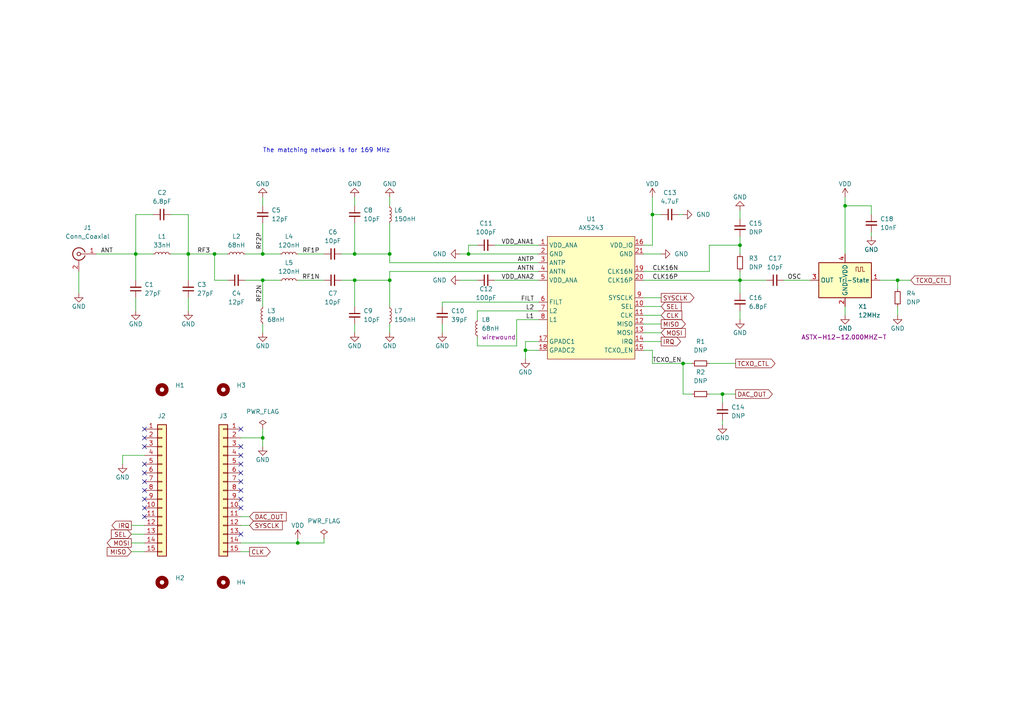
<source format=kicad_sch>
(kicad_sch (version 20201015) (generator eeschema)
  (paper "A4")
  (title_block (title "AX5243 Test Board") (date "2021-01-08"))
  (lib_symbols
    (symbol "Connector:Conn_Coaxial" (pin_names (offset 1.016) hide)
      (property "Reference" "J" (at 0.254 3.048 0))
      (property "Value" "Conn_Coaxial" (at 2.921 0 90))
      (symbol "Conn_Coaxial_0_1"
        (arc (start -1.778 0.508) (end 1.778 0) (radius (at -0.0508 0) (length 1.8034) (angles 163.6 0)) (stroke (width 0.254)))
        (arc (start 1.778 0) (end -1.778 -0.508) (radius (at -0.0254 0) (length 1.8034) (angles 0 -163.8)) (stroke (width 0.254)))
        (circle (center 0 0) (radius 0.508) (stroke (width 0.2032)))
        (polyline (pts (xy -2.54 0) (xy -0.508 0)))
        (polyline (pts (xy 0 -2.54) (xy 0 -1.778)))
      )
      (symbol "Conn_Coaxial_1_1"
        (pin passive line (at -5.08 0 0) (length 2.54) (name "In") (number "1"))
        (pin passive line (at 0 -5.08 90) (length 2.54) (name "Ext") (number "2"))
      )
    )
    (symbol "Connector_Generic:Conn_01x15" (pin_names (offset 1.016) hide)
      (property "Reference" "J" (at 0 20.32 0))
      (property "Value" "Conn_01x15" (at 0 -20.32 0))
      (symbol "Conn_01x15_1_1"
        (rectangle (start -1.27 -4.953) (end 0 -5.207) (stroke (width 0.1524)))
        (rectangle (start -1.27 -7.493) (end 0 -7.747) (stroke (width 0.1524)))
        (rectangle (start -1.27 -10.033) (end 0 -10.287) (stroke (width 0.1524)))
        (rectangle (start -1.27 -12.573) (end 0 -12.827) (stroke (width 0.1524)))
        (rectangle (start -1.27 -15.113) (end 0 -15.367) (stroke (width 0.1524)))
        (rectangle (start -1.27 -17.653) (end 0 -17.907) (stroke (width 0.1524)))
        (rectangle (start -1.27 -2.413) (end 0 -2.667) (stroke (width 0.1524)))
        (rectangle (start -1.27 2.667) (end 0 2.413) (stroke (width 0.1524)))
        (rectangle (start -1.27 5.207) (end 0 4.953) (stroke (width 0.1524)))
        (rectangle (start -1.27 7.747) (end 0 7.493) (stroke (width 0.1524)))
        (rectangle (start -1.27 10.287) (end 0 10.033) (stroke (width 0.1524)))
        (rectangle (start -1.27 0.127) (end 0 -0.127) (stroke (width 0.1524)))
        (rectangle (start -1.27 12.827) (end 0 12.573) (stroke (width 0.1524)))
        (rectangle (start -1.27 15.367) (end 0 15.113) (stroke (width 0.1524)))
        (rectangle (start -1.27 17.907) (end 0 17.653) (stroke (width 0.1524)))
        (rectangle (start -1.27 19.05) (end 1.27 -19.05) (stroke (width 0.254)) (fill (type background)))
        (pin passive line (at -5.08 17.78 0) (length 3.81) (name "Pin_1") (number "1"))
        (pin passive line (at -5.08 -5.08 0) (length 3.81) (name "Pin_10") (number "10"))
        (pin passive line (at -5.08 -7.62 0) (length 3.81) (name "Pin_11") (number "11"))
        (pin passive line (at -5.08 -10.16 0) (length 3.81) (name "Pin_12") (number "12"))
        (pin passive line (at -5.08 -12.7 0) (length 3.81) (name "Pin_13") (number "13"))
        (pin passive line (at -5.08 -15.24 0) (length 3.81) (name "Pin_14") (number "14"))
        (pin passive line (at -5.08 -17.78 0) (length 3.81) (name "Pin_15") (number "15"))
        (pin passive line (at -5.08 15.24 0) (length 3.81) (name "Pin_2") (number "2"))
        (pin passive line (at -5.08 12.7 0) (length 3.81) (name "Pin_3") (number "3"))
        (pin passive line (at -5.08 10.16 0) (length 3.81) (name "Pin_4") (number "4"))
        (pin passive line (at -5.08 7.62 0) (length 3.81) (name "Pin_5") (number "5"))
        (pin passive line (at -5.08 5.08 0) (length 3.81) (name "Pin_6") (number "6"))
        (pin passive line (at -5.08 2.54 0) (length 3.81) (name "Pin_7") (number "7"))
        (pin passive line (at -5.08 0 0) (length 3.81) (name "Pin_8") (number "8"))
        (pin passive line (at -5.08 -2.54 0) (length 3.81) (name "Pin_9") (number "9"))
      )
    )
    (symbol "Device:C_Small" (pin_numbers hide) (pin_names (offset 0.254) hide)
      (property "Reference" "C" (at 0.254 1.778 0))
      (property "Value" "C_Small" (at 0.254 -2.032 0))
      (symbol "C_Small_0_1"
        (polyline (pts (xy -1.524 -0.508) (xy 1.524 -0.508)) (stroke (width 0.3302)))
        (polyline (pts (xy -1.524 0.508) (xy 1.524 0.508)) (stroke (width 0.3048)))
      )
      (symbol "C_Small_1_1"
        (pin passive line (at 0 2.54 270) (length 2.032) (name "~") (number "1"))
        (pin passive line (at 0 -2.54 90) (length 2.032) (name "~") (number "2"))
      )
    )
    (symbol "Device:L_Small" (pin_numbers hide) (pin_names (offset 0.254) hide)
      (property "Reference" "L" (at 0.762 1.016 0))
      (property "Value" "L_Small" (at 0.762 -1.016 0))
      (symbol "L_Small_0_1"
        (arc (start 0 -2.032) (end 0 -1.016) (radius (at 0 -1.524) (length 0.508) (angles -89.9 89.9)))
        (arc (start 0 -1.016) (end 0 0) (radius (at 0 -0.508) (length 0.508) (angles -89.9 89.9)))
        (arc (start 0 0) (end 0 1.016) (radius (at 0 0.508) (length 0.508) (angles -89.9 89.9)))
        (arc (start 0 1.016) (end 0 2.032) (radius (at 0 1.524) (length 0.508) (angles -89.9 89.9)))
      )
      (symbol "L_Small_1_1"
        (pin passive line (at 0 2.54 270) (length 0.508) (name "~") (number "1"))
        (pin passive line (at 0 -2.54 90) (length 0.508) (name "~") (number "2"))
      )
    )
    (symbol "Device:R_Small" (pin_numbers hide) (pin_names (offset 0.254) hide)
      (property "Reference" "R" (at 0.762 0.508 0))
      (property "Value" "R_Small" (at 0.762 -1.016 0))
      (symbol "R_Small_0_1"
        (rectangle (start -0.762 1.778) (end 0.762 -1.778) (stroke (width 0.2032)))
      )
      (symbol "R_Small_1_1"
        (pin passive line (at 0 2.54 270) (length 0.762) (name "~") (number "1"))
        (pin passive line (at 0 -2.54 90) (length 0.762) (name "~") (number "2"))
      )
    )
    (symbol "Mechanical:MountingHole" (pin_names (offset 1.016))
      (property "Reference" "H" (at 0 5.08 0))
      (property "Value" "MountingHole" (at 0 3.175 0))
      (symbol "MountingHole_0_1"
        (circle (center 0 0) (radius 1.27) (stroke (width 1.27)))
      )
    )
    (symbol "Oscillator:ASCO"
      (property "Reference" "X" (at -7.62 6.35 0))
      (property "Value" "ASCO" (at 1.27 -6.35 0))
      (symbol "ASCO_0_1"
        (rectangle (start -7.62 5.08) (end 7.62 -5.08) (stroke (width 0.254)) (fill (type background)))
        (polyline (pts (xy -5.715 2.54) (xy -5.08 2.54) (xy -5.08 3.81) (xy -4.445 3.81) (xy -4.445 2.54) (xy -3.81 2.54) (xy -3.81 3.81) (xy -3.175 3.81) (xy -3.175 2.54)))
      )
      (symbol "ASCO_1_1"
        (pin tri_state line (at -10.16 0 0) (length 2.54) (name "Tri-State") (number "1"))
        (pin power_in line (at 0 -7.62 90) (length 2.54) (name "GND") (number "2"))
        (pin output line (at 10.16 0 180) (length 2.54) (name "OUT") (number "3"))
        (pin power_in line (at 0 7.62 270) (length 2.54) (name "VDD") (number "4"))
      )
    )
    (symbol "local:AX5243"
      (property "Reference" "U" (at 0 1.27 0))
      (property "Value" "AX5243" (at 0 -1.27 0))
      (symbol "AX5243_0_1"
        (rectangle (start -12.7 17.78) (end 12.7 -17.78) (fill (type background)))
      )
      (symbol "AX5243_1_1"
        (pin power_out line (at -15.24 15.24 0) (length 2.54) (name "VDD_ANA") (number "1"))
        (pin power_in line (at -15.24 12.7 0) (length 2.54) (name "GND") (number "2"))
        (pin bidirectional line (at -15.24 10.16 0) (length 2.54) (name "ANTP") (number "3"))
        (pin bidirectional line (at -15.24 7.62 0) (length 2.54) (name "ANTN") (number "4"))
        (pin power_out line (at -15.24 5.08 0) (length 2.54) (name "VDD_ANA") (number "5"))
        (pin passive line (at -15.24 -1.27 0) (length 2.54) (name "FILT") (number "6"))
        (pin passive line (at -15.24 -3.81 0) (length 2.54) (name "L2") (number "7"))
        (pin passive line (at -15.24 -6.35 0) (length 2.54) (name "L1") (number "8"))
        (pin bidirectional line (at 15.24 0 180) (length 2.54) (name "SYSCLK") (number "9"))
        (pin input line (at 15.24 -2.54 180) (length 2.54) (name "SEL") (number "10"))
        (pin input line (at 15.24 -5.08 180) (length 2.54) (name "CLK") (number "11"))
        (pin tri_state line (at 15.24 -7.62 180) (length 2.54) (name "MISO") (number "12"))
        (pin input line (at 15.24 -10.16 180) (length 2.54) (name "MOSI") (number "13"))
        (pin bidirectional line (at 15.24 -12.7 180) (length 2.54) (name "IRQ") (number "14"))
        (pin bidirectional line (at 15.24 -15.24 180) (length 2.54) (name "TCXO_EN") (number "15"))
        (pin power_in line (at 15.24 15.24 180) (length 2.54) (name "VDD_IO") (number "16"))
        (pin input line (at -15.24 -12.7 0) (length 2.54) (name "GPADC1") (number "17"))
        (pin input line (at -15.24 -15.24 0) (length 2.54) (name "GPADC2") (number "18"))
        (pin bidirectional line (at 15.24 7.62 180) (length 2.54) (name "CLK16N") (number "19"))
        (pin bidirectional line (at 15.24 5.08 180) (length 2.54) (name "CLK16P") (number "20"))
        (pin power_in line (at 15.24 12.7 180) (length 2.54) (name "GND") (number "21"))
      )
    )
    (symbol "power:GND" (power) (pin_names (offset 0))
      (property "Value" "GND" (at 0 -3.81 0))
      (symbol "GND_0_1"
        (polyline (pts (xy 0 0) (xy 0 -1.27) (xy 1.27 -1.27) (xy 0 -2.54) (xy -1.27 -1.27) (xy 0 -1.27)))
      )
      (symbol "GND_1_1"
        (pin power_in line (at 0 0 270) (length 0) hide (name "GND") (number "1"))
      )
    )
    (symbol "power:PWR_FLAG" (power) (pin_numbers hide) (pin_names (offset 0) hide)
      (property "Value" "PWR_FLAG" (at 0 3.81 0))
      (symbol "PWR_FLAG_0_0"
        (pin power_out line (at 0 0 90) (length 0) (name "pwr") (number "1"))
      )
      (symbol "PWR_FLAG_0_1"
        (polyline (pts (xy 0 0) (xy 0 1.27) (xy -1.016 1.905) (xy 0 2.54) (xy 1.016 1.905) (xy 0 1.27)))
      )
    )
    (symbol "power:VDD" (power) (pin_names (offset 0))
      (property "Value" "VDD" (at 0 3.81 0))
      (symbol "VDD_0_1"
        (polyline (pts (xy -0.762 1.27) (xy 0 2.54)))
        (polyline (pts (xy 0 0) (xy 0 2.54)))
        (polyline (pts (xy 0 2.54) (xy 0.762 1.27)))
      )
      (symbol "VDD_1_1"
        (pin power_in line (at 0 0 90) (length 0) hide (name "VDD") (number "1"))
      )
    )
  )
  (junction (at 39.37 73.66) (diameter 0.9144))
  (junction (at 54.61 73.66) (diameter 0.9144))
  (junction (at 62.23 73.66) (diameter 0.9144))
  (junction (at 76.2 73.66) (diameter 0.9144))
  (junction (at 76.2 81.28) (diameter 0.9144))
  (junction (at 76.2 127) (diameter 0.9144))
  (junction (at 86.36 157.48) (diameter 0.9144))
  (junction (at 102.87 73.66) (diameter 0.9144))
  (junction (at 102.87 81.28) (diameter 0.9144))
  (junction (at 113.03 73.66) (diameter 0.9144))
  (junction (at 113.03 81.28) (diameter 0.9144))
  (junction (at 135.89 73.66) (diameter 0.9144))
  (junction (at 152.4 101.6) (diameter 0.9144))
  (junction (at 189.23 62.23) (diameter 0.9144))
  (junction (at 198.12 105.41) (diameter 0.9144))
  (junction (at 209.55 114.3) (diameter 0.9144))
  (junction (at 214.63 71.12) (diameter 0.9144))
  (junction (at 214.63 81.28) (diameter 0.9144))
  (junction (at 245.11 59.69) (diameter 0.9144))
  (junction (at 260.35 81.28) (diameter 0.9144))
  (no_connect (at 41.91 124.46))
  (no_connect (at 41.91 127))
  (no_connect (at 41.91 129.54))
  (no_connect (at 41.91 134.62))
  (no_connect (at 41.91 137.16))
  (no_connect (at 41.91 139.7))
  (no_connect (at 41.91 142.24))
  (no_connect (at 41.91 144.78))
  (no_connect (at 41.91 147.32))
  (no_connect (at 41.91 149.86))
  (no_connect (at 69.85 124.46))
  (no_connect (at 69.85 129.54))
  (no_connect (at 69.85 132.08))
  (no_connect (at 69.85 134.62))
  (no_connect (at 69.85 137.16))
  (no_connect (at 69.85 139.7))
  (no_connect (at 69.85 142.24))
  (no_connect (at 69.85 144.78))
  (no_connect (at 69.85 147.32))
  (no_connect (at 69.85 154.94))
  (wire (pts (xy 22.86 78.74) (xy 22.86 85.09)))
  (wire (pts (xy 27.94 73.66) (xy 39.37 73.66)))
  (wire (pts (xy 35.56 132.08) (xy 35.56 134.62)))
  (wire (pts (xy 38.1 152.4) (xy 41.91 152.4)))
  (wire (pts (xy 38.1 154.94) (xy 41.91 154.94)))
  (wire (pts (xy 38.1 157.48) (xy 41.91 157.48)))
  (wire (pts (xy 38.1 160.02) (xy 41.91 160.02)))
  (wire (pts (xy 39.37 62.23) (xy 39.37 73.66)))
  (wire (pts (xy 39.37 62.23) (xy 44.45 62.23)))
  (wire (pts (xy 39.37 73.66) (xy 39.37 81.28)))
  (wire (pts (xy 39.37 73.66) (xy 44.45 73.66)))
  (wire (pts (xy 39.37 86.36) (xy 39.37 90.17)))
  (wire (pts (xy 41.91 132.08) (xy 35.56 132.08)))
  (wire (pts (xy 49.53 62.23) (xy 54.61 62.23)))
  (wire (pts (xy 49.53 73.66) (xy 54.61 73.66)))
  (wire (pts (xy 54.61 62.23) (xy 54.61 73.66)))
  (wire (pts (xy 54.61 73.66) (xy 54.61 81.28)))
  (wire (pts (xy 54.61 73.66) (xy 62.23 73.66)))
  (wire (pts (xy 54.61 86.36) (xy 54.61 90.17)))
  (wire (pts (xy 62.23 73.66) (xy 62.23 81.28)))
  (wire (pts (xy 62.23 73.66) (xy 66.04 73.66)))
  (wire (pts (xy 66.04 81.28) (xy 62.23 81.28)))
  (wire (pts (xy 69.85 149.86) (xy 72.39 149.86)))
  (wire (pts (xy 69.85 152.4) (xy 72.39 152.4)))
  (wire (pts (xy 69.85 157.48) (xy 86.36 157.48)))
  (wire (pts (xy 69.85 160.02) (xy 72.39 160.02)))
  (wire (pts (xy 71.12 73.66) (xy 76.2 73.66)))
  (wire (pts (xy 71.12 81.28) (xy 76.2 81.28)))
  (wire (pts (xy 76.2 57.15) (xy 76.2 59.69)))
  (wire (pts (xy 76.2 64.77) (xy 76.2 73.66)))
  (wire (pts (xy 76.2 73.66) (xy 81.28 73.66)))
  (wire (pts (xy 76.2 81.28) (xy 76.2 88.9)))
  (wire (pts (xy 76.2 81.28) (xy 81.28 81.28)))
  (wire (pts (xy 76.2 93.98) (xy 76.2 96.52)))
  (wire (pts (xy 76.2 124.46) (xy 76.2 127)))
  (wire (pts (xy 76.2 127) (xy 69.85 127)))
  (wire (pts (xy 76.2 129.54) (xy 76.2 127)))
  (wire (pts (xy 86.36 73.66) (xy 93.98 73.66)))
  (wire (pts (xy 86.36 81.28) (xy 93.98 81.28)))
  (wire (pts (xy 86.36 157.48) (xy 86.36 156.21)))
  (wire (pts (xy 93.98 156.21) (xy 93.98 157.48)))
  (wire (pts (xy 93.98 157.48) (xy 86.36 157.48)))
  (wire (pts (xy 99.06 73.66) (xy 102.87 73.66)))
  (wire (pts (xy 102.87 57.15) (xy 102.87 59.69)))
  (wire (pts (xy 102.87 64.77) (xy 102.87 73.66)))
  (wire (pts (xy 102.87 73.66) (xy 113.03 73.66)))
  (wire (pts (xy 102.87 81.28) (xy 99.06 81.28)))
  (wire (pts (xy 102.87 81.28) (xy 102.87 88.9)))
  (wire (pts (xy 102.87 93.98) (xy 102.87 96.52)))
  (wire (pts (xy 113.03 57.15) (xy 113.03 59.69)))
  (wire (pts (xy 113.03 64.77) (xy 113.03 73.66)))
  (wire (pts (xy 113.03 76.2) (xy 113.03 73.66)))
  (wire (pts (xy 113.03 76.2) (xy 156.21 76.2)))
  (wire (pts (xy 113.03 78.74) (xy 113.03 81.28)))
  (wire (pts (xy 113.03 78.74) (xy 156.21 78.74)))
  (wire (pts (xy 113.03 81.28) (xy 102.87 81.28)))
  (wire (pts (xy 113.03 81.28) (xy 113.03 88.9)))
  (wire (pts (xy 113.03 93.98) (xy 113.03 96.52)))
  (wire (pts (xy 128.27 87.63) (xy 128.27 88.9)))
  (wire (pts (xy 128.27 93.98) (xy 128.27 96.52)))
  (wire (pts (xy 133.35 73.66) (xy 135.89 73.66)))
  (wire (pts (xy 133.35 81.28) (xy 138.43 81.28)))
  (wire (pts (xy 135.89 71.12) (xy 135.89 73.66)))
  (wire (pts (xy 135.89 73.66) (xy 156.21 73.66)))
  (wire (pts (xy 138.43 71.12) (xy 135.89 71.12)))
  (wire (pts (xy 138.43 90.17) (xy 156.21 90.17)))
  (wire (pts (xy 138.43 92.71) (xy 138.43 90.17)))
  (wire (pts (xy 138.43 97.79) (xy 138.43 100.33)))
  (wire (pts (xy 138.43 100.33) (xy 149.86 100.33)))
  (wire (pts (xy 143.51 71.12) (xy 156.21 71.12)))
  (wire (pts (xy 143.51 81.28) (xy 156.21 81.28)))
  (wire (pts (xy 149.86 92.71) (xy 156.21 92.71)))
  (wire (pts (xy 149.86 100.33) (xy 149.86 92.71)))
  (wire (pts (xy 152.4 99.06) (xy 156.21 99.06)))
  (wire (pts (xy 152.4 101.6) (xy 152.4 99.06)))
  (wire (pts (xy 152.4 101.6) (xy 156.21 101.6)))
  (wire (pts (xy 152.4 104.14) (xy 152.4 101.6)))
  (wire (pts (xy 156.21 87.63) (xy 128.27 87.63)))
  (wire (pts (xy 186.69 71.12) (xy 189.23 71.12)))
  (wire (pts (xy 186.69 73.66) (xy 191.77 73.66)))
  (wire (pts (xy 186.69 78.74) (xy 205.74 78.74)))
  (wire (pts (xy 186.69 81.28) (xy 214.63 81.28)))
  (wire (pts (xy 186.69 86.36) (xy 191.77 86.36)))
  (wire (pts (xy 186.69 88.9) (xy 191.77 88.9)))
  (wire (pts (xy 186.69 91.44) (xy 191.77 91.44)))
  (wire (pts (xy 186.69 93.98) (xy 191.77 93.98)))
  (wire (pts (xy 186.69 96.52) (xy 191.77 96.52)))
  (wire (pts (xy 186.69 99.06) (xy 191.77 99.06)))
  (wire (pts (xy 186.69 101.6) (xy 189.23 101.6)))
  (wire (pts (xy 189.23 62.23) (xy 189.23 57.15)))
  (wire (pts (xy 189.23 62.23) (xy 191.77 62.23)))
  (wire (pts (xy 189.23 71.12) (xy 189.23 62.23)))
  (wire (pts (xy 189.23 101.6) (xy 189.23 105.41)))
  (wire (pts (xy 189.23 105.41) (xy 198.12 105.41)))
  (wire (pts (xy 196.85 62.23) (xy 198.12 62.23)))
  (wire (pts (xy 198.12 105.41) (xy 198.12 114.3)))
  (wire (pts (xy 198.12 105.41) (xy 200.66 105.41)))
  (wire (pts (xy 198.12 114.3) (xy 200.66 114.3)))
  (wire (pts (xy 205.74 71.12) (xy 214.63 71.12)))
  (wire (pts (xy 205.74 78.74) (xy 205.74 71.12)))
  (wire (pts (xy 205.74 105.41) (xy 213.36 105.41)))
  (wire (pts (xy 205.74 114.3) (xy 209.55 114.3)))
  (wire (pts (xy 209.55 114.3) (xy 209.55 116.84)))
  (wire (pts (xy 209.55 114.3) (xy 213.36 114.3)))
  (wire (pts (xy 209.55 121.92) (xy 209.55 123.19)))
  (wire (pts (xy 214.63 60.96) (xy 214.63 63.5)))
  (wire (pts (xy 214.63 68.58) (xy 214.63 71.12)))
  (wire (pts (xy 214.63 71.12) (xy 214.63 73.66)))
  (wire (pts (xy 214.63 78.74) (xy 214.63 81.28)))
  (wire (pts (xy 214.63 81.28) (xy 214.63 85.09)))
  (wire (pts (xy 214.63 81.28) (xy 222.25 81.28)))
  (wire (pts (xy 214.63 90.17) (xy 214.63 92.71)))
  (wire (pts (xy 227.33 81.28) (xy 234.95 81.28)))
  (wire (pts (xy 245.11 57.15) (xy 245.11 59.69)))
  (wire (pts (xy 245.11 59.69) (xy 245.11 73.66)))
  (wire (pts (xy 245.11 88.9) (xy 245.11 91.44)))
  (wire (pts (xy 252.73 59.69) (xy 245.11 59.69)))
  (wire (pts (xy 252.73 62.23) (xy 252.73 59.69)))
  (wire (pts (xy 252.73 67.31) (xy 252.73 68.58)))
  (wire (pts (xy 260.35 81.28) (xy 255.27 81.28)))
  (wire (pts (xy 260.35 81.28) (xy 264.16 81.28)))
  (wire (pts (xy 260.35 83.82) (xy 260.35 81.28)))
  (wire (pts (xy 260.35 88.9) (xy 260.35 91.44)))
  (text "The matching network is for 169 MHz" (at 76.2 44.45 0) (effects (font (size 1.27 1.27)) (justify left bottom)))
  (label "ANT" (at 29.21 73.66 0))
  (label "RF3" (at 60.96 73.66 180))
  (label "RF2P" (at 76.2 67.31 270))
  (label "RF2N" (at 76.2 82.55 270))
  (label "RF1P" (at 92.71 73.66 180))
  (label "RF1N" (at 92.71 81.28 180))
  (label "VDD_ANA1" (at 154.94 71.12 180))
  (label "ANTP" (at 154.94 76.2 180))
  (label "ANTN" (at 154.94 78.74 180))
  (label "VDD_ANA2" (at 154.94 81.28 180))
  (label "FILT" (at 154.94 87.63 180))
  (label "L2" (at 154.94 90.17 180))
  (label "L1" (at 154.94 92.71 180))
  (label "CLK16N" (at 189.23 78.74 0))
  (label "CLK16P" (at 189.23 81.28 0))
  (label "TCXO_EN" (at 189.23 105.41 0))
  (label "OSC" (at 232.41 81.28 180))
  (global_label "IRQ" (shape output) (at 38.1 152.4 180) (property "Intersheet References" "${INTERSHEET_REFS}" (effects hide)))
  (global_label "SEL" (shape input) (at 38.1 154.94 180) (property "Intersheet References" "${INTERSHEET_REFS}" (effects hide)))
  (global_label "MOSI" (shape output) (at 38.1 157.48 180) (property "Intersheet References" "${INTERSHEET_REFS}" (effects hide)))
  (global_label "MISO" (shape input) (at 38.1 160.02 180) (property "Intersheet References" "${INTERSHEET_REFS}" (effects hide)))
  (global_label "DAC_OUT" (shape input) (at 72.39 149.86 0) (property "Intersheet References" "${INTERSHEET_REFS}" (effects hide)))
  (global_label "SYSCLK" (shape input) (at 72.39 152.4 0) (property "Intersheet References" "${INTERSHEET_REFS}" (effects hide)))
  (global_label "CLK" (shape output) (at 72.39 160.02 0) (property "Intersheet References" "${INTERSHEET_REFS}" (effects hide)))
  (global_label "SYSCLK" (shape output) (at 191.77 86.36 0) (property "Intersheet References" "${INTERSHEET_REFS}" (effects hide)))
  (global_label "SEL" (shape input) (at 191.77 88.9 0) (property "Intersheet References" "${INTERSHEET_REFS}" (effects hide)))
  (global_label "CLK" (shape input) (at 191.77 91.44 0) (property "Intersheet References" "${INTERSHEET_REFS}" (effects hide)))
  (global_label "MISO" (shape output) (at 191.77 93.98 0) (property "Intersheet References" "${INTERSHEET_REFS}" (effects hide)))
  (global_label "MOSI" (shape input) (at 191.77 96.52 0) (property "Intersheet References" "${INTERSHEET_REFS}" (effects hide)))
  (global_label "IRQ" (shape output) (at 191.77 99.06 0) (property "Intersheet References" "${INTERSHEET_REFS}" (effects hide)))
  (global_label "TCXO_CTL" (shape output) (at 213.36 105.41 0) (property "Intersheet References" "${INTERSHEET_REFS}" (effects hide)))
  (global_label "DAC_OUT" (shape output) (at 213.36 114.3 0) (property "Intersheet References" "${INTERSHEET_REFS}" (effects hide)))
  (global_label "TCXO_CTL" (shape input) (at 264.16 81.28 0) (property "Intersheet References" "${INTERSHEET_REFS}" (effects hide)))
  (symbol (lib_id "Device:L_Small") (at 46.99 73.66 90) (unit 1)
    (property "Reference" "L1" (at 46.99 68.58 90))
    (property "Value" "33nH" (at 46.99 71.12 90))
    (property "Footprint" "Inductor_SMD:L_0402_1005Metric" (effects hide))
  )
  (symbol (lib_id "Device:L_Small") (at 68.58 73.66 90) (unit 1)
    (property "Reference" "L2" (at 68.58 68.58 90))
    (property "Value" "68nH" (at 68.58 71.12 90))
    (property "Footprint" "Inductor_SMD:L_0402_1005Metric" (effects hide))
  )
  (symbol (lib_id "Device:L_Small") (at 76.2 91.44 180) (unit 1)
    (property "Reference" "L3" (at 77.47 90.17 0) (effects (justify right)))
    (property "Value" "68nH" (at 77.47 92.71 0) (effects (justify right)))
    (property "Footprint" "Inductor_SMD:L_0402_1005Metric" (effects hide))
  )
  (symbol (lib_id "Device:L_Small") (at 83.82 73.66 90) (unit 1)
    (property "Reference" "L4" (at 83.82 68.58 90))
    (property "Value" "120nH" (at 83.82 71.12 90))
    (property "Footprint" "Inductor_SMD:L_0402_1005Metric" (effects hide))
  )
  (symbol (lib_id "Device:L_Small") (at 83.82 81.28 90) (unit 1)
    (property "Reference" "L5" (at 83.82 76.2 90))
    (property "Value" "120nH" (at 83.82 78.74 90))
    (property "Footprint" "Inductor_SMD:L_0402_1005Metric" (effects hide))
  )
  (symbol (lib_id "Device:L_Small") (at 113.03 62.23 0) (unit 1)
    (property "Reference" "L6" (at 114.3 60.96 0) (effects (justify left)))
    (property "Value" "150nH" (at 114.3 63.5 0) (effects (justify left)))
    (property "Footprint" "Inductor_SMD:L_0603_1608Metric" (effects hide))
  )
  (symbol (lib_id "Device:L_Small") (at 113.03 91.44 0) (unit 1)
    (property "Reference" "L7" (at 114.3 90.17 0) (effects (justify left)))
    (property "Value" "150nH" (at 114.3 92.71 0) (effects (justify left)))
    (property "Footprint" "Inductor_SMD:L_0603_1608Metric" (effects hide))
  )
  (symbol (lib_id "Device:L_Small") (at 138.43 95.25 180) (unit 1)
    (property "Reference" "L8" (at 139.7 92.71 0) (effects (justify right)))
    (property "Value" "68nH" (at 139.7 95.25 0) (effects (justify right)))
    (property "Footprint" "Inductor_SMD:L_0603_1608Metric" (effects hide))
    (property "Rating" "wirewound" (at 139.7 97.79 0) (effects (justify right)))
  )
  (symbol (lib_id "power:PWR_FLAG") (at 76.2 124.46 0) (unit 1)
    (property "Reference" "#FLG01" (effects hide))
    (property "Value" "PWR_FLAG" (at 76.2 119.38 0))
  )
  (symbol (lib_id "power:PWR_FLAG") (at 93.98 156.21 0) (unit 1)
    (property "Reference" "#FLG02" (effects hide))
    (property "Value" "PWR_FLAG" (at 93.98 151.13 0))
  )
  (symbol (lib_id "power:VDD") (at 86.36 156.21 0) (unit 1)
    (property "Reference" "#PWR07" (effects hide))
    (property "Value" "VDD" (at 86.36 152.4 0))
  )
  (symbol (lib_id "power:VDD") (at 189.23 57.15 0) (unit 1)
    (property "Reference" "#PWR016" (effects hide))
    (property "Value" "VDD" (at 189.23 53.34 0))
  )
  (symbol (lib_id "power:VDD") (at 245.11 57.15 0) (unit 1)
    (property "Reference" "#PWR022" (effects hide))
    (property "Value" "VDD" (at 245.11 53.34 0))
  )
  (symbol (lib_id "power:GND") (at 22.86 85.09 0) (unit 1)
    (property "Reference" "#PWR01" (effects hide))
    (property "Value" "GND" (at 22.86 88.9 0))
  )
  (symbol (lib_id "power:GND") (at 35.56 134.62 0) (unit 1)
    (property "Reference" "#PWR?" (effects hide))
    (property "Value" "GND" (at 35.56 138.43 0))
  )
  (symbol (lib_id "power:GND") (at 39.37 90.17 0) (unit 1)
    (property "Reference" "#PWR02" (effects hide))
    (property "Value" "GND" (at 39.37 93.98 0))
  )
  (symbol (lib_id "power:GND") (at 54.61 90.17 0) (unit 1)
    (property "Reference" "#PWR03" (effects hide))
    (property "Value" "GND" (at 54.61 93.98 0))
  )
  (symbol (lib_id "power:GND") (at 76.2 57.15 180) (unit 1)
    (property "Reference" "#PWR04" (effects hide))
    (property "Value" "GND" (at 76.2 53.34 0))
  )
  (symbol (lib_id "power:GND") (at 76.2 96.52 0) (unit 1)
    (property "Reference" "#PWR05" (effects hide))
    (property "Value" "GND" (at 76.2 100.33 0))
  )
  (symbol (lib_id "power:GND") (at 76.2 129.54 0) (unit 1)
    (property "Reference" "#PWR06" (effects hide))
    (property "Value" "GND" (at 76.2 133.35 0))
  )
  (symbol (lib_id "power:GND") (at 102.87 57.15 180) (unit 1)
    (property "Reference" "#PWR08" (effects hide))
    (property "Value" "GND" (at 102.87 53.34 0))
  )
  (symbol (lib_id "power:GND") (at 102.87 96.52 0) (unit 1)
    (property "Reference" "#PWR09" (effects hide))
    (property "Value" "GND" (at 102.87 100.33 0))
  )
  (symbol (lib_id "power:GND") (at 113.03 57.15 180) (unit 1)
    (property "Reference" "#PWR010" (effects hide))
    (property "Value" "GND" (at 113.03 53.34 0))
  )
  (symbol (lib_id "power:GND") (at 113.03 96.52 0) (unit 1)
    (property "Reference" "#PWR011" (effects hide))
    (property "Value" "GND" (at 113.03 100.33 0))
  )
  (symbol (lib_id "power:GND") (at 128.27 96.52 0) (unit 1)
    (property "Reference" "#PWR012" (effects hide))
    (property "Value" "GND" (at 128.27 100.33 0))
  )
  (symbol (lib_id "power:GND") (at 133.35 73.66 270) (unit 1)
    (property "Reference" "#PWR013" (effects hide))
    (property "Value" "GND" (at 129.54 73.66 90) (effects (justify right)))
  )
  (symbol (lib_id "power:GND") (at 133.35 81.28 270) (unit 1)
    (property "Reference" "#PWR014" (effects hide))
    (property "Value" "GND" (at 129.54 81.28 90) (effects (justify right)))
  )
  (symbol (lib_id "power:GND") (at 152.4 104.14 0) (unit 1)
    (property "Reference" "#PWR015" (effects hide))
    (property "Value" "GND" (at 152.4 107.95 0))
  )
  (symbol (lib_id "power:GND") (at 191.77 73.66 90) (unit 1)
    (property "Reference" "#PWR017" (effects hide))
    (property "Value" "GND" (at 195.58 73.66 90) (effects (justify right)))
  )
  (symbol (lib_id "power:GND") (at 198.12 62.23 90) (unit 1)
    (property "Reference" "#PWR018" (effects hide))
    (property "Value" "GND" (at 201.93 62.23 90) (effects (justify right)))
  )
  (symbol (lib_id "power:GND") (at 209.55 123.19 0) (unit 1)
    (property "Reference" "#PWR019" (effects hide))
    (property "Value" "GND" (at 209.55 127 0))
  )
  (symbol (lib_id "power:GND") (at 214.63 60.96 180) (unit 1)
    (property "Reference" "#PWR020" (effects hide))
    (property "Value" "GND" (at 214.63 57.15 0))
  )
  (symbol (lib_id "power:GND") (at 214.63 92.71 0) (unit 1)
    (property "Reference" "#PWR021" (effects hide))
    (property "Value" "GND" (at 214.63 96.52 0))
  )
  (symbol (lib_id "power:GND") (at 245.11 91.44 0) (unit 1)
    (property "Reference" "#PWR023" (effects hide))
    (property "Value" "GND" (at 245.11 95.25 0))
  )
  (symbol (lib_id "power:GND") (at 252.73 68.58 0) (unit 1)
    (property "Reference" "#PWR024" (effects hide))
    (property "Value" "GND" (at 252.73 72.39 0))
  )
  (symbol (lib_id "power:GND") (at 260.35 91.44 0) (unit 1)
    (property "Reference" "#PWR025" (effects hide))
    (property "Value" "GND" (at 260.35 95.25 0))
  )
  (symbol (lib_id "Device:R_Small") (at 203.2 105.41 270) (unit 1)
    (property "Reference" "R1" (at 203.2 99.06 90))
    (property "Value" "DNP" (at 203.2 101.6 90))
    (property "Footprint" "Resistor_SMD:R_0402_1005Metric" (effects hide))
  )
  (symbol (lib_id "Device:R_Small") (at 203.2 114.3 270) (unit 1)
    (property "Reference" "R2" (at 203.2 107.95 90))
    (property "Value" "DNP" (at 203.2 110.49 90))
    (property "Footprint" "Resistor_SMD:R_0402_1005Metric" (effects hide))
  )
  (symbol (lib_id "Device:R_Small") (at 214.63 76.2 180) (unit 1)
    (property "Reference" "R3" (at 217.17 74.93 0) (effects (justify right)))
    (property "Value" "DNP" (at 217.17 77.47 0) (effects (justify right)))
    (property "Footprint" "Resistor_SMD:R_0402_1005Metric" (effects hide))
  )
  (symbol (lib_id "Device:R_Small") (at 260.35 86.36 180) (unit 1)
    (property "Reference" "R4" (at 262.89 85.09 0) (effects (justify right)))
    (property "Value" "DNP" (at 262.89 87.63 0) (effects (justify right)))
    (property "Footprint" "Resistor_SMD:R_0402_1005Metric" (effects hide))
  )
  (symbol (lib_id "Mechanical:MountingHole") (at 46.99 113.03 0) (unit 1)
    (property "Reference" "H1" (at 50.8 111.76 0) (effects (justify left)))
    (property "Value" "MountingHole" (effects hide))
    (property "Footprint" "local:MountingHole_1.8mm" (effects hide))
  )
  (symbol (lib_id "Mechanical:MountingHole") (at 46.99 168.91 0) (unit 1)
    (property "Reference" "H2" (at 50.8 167.64 0) (effects (justify left)))
    (property "Value" "MountingHole" (effects hide))
    (property "Footprint" "local:MountingHole_1.8mm" (effects hide))
  )
  (symbol (lib_id "Mechanical:MountingHole") (at 64.77 113.03 0) (unit 1)
    (property "Reference" "H3" (at 68.58 111.76 0) (effects (justify left)))
    (property "Value" "MountingHole" (effects hide))
    (property "Footprint" "local:MountingHole_1.8mm" (effects hide))
  )
  (symbol (lib_id "Mechanical:MountingHole") (at 64.77 168.91 0) (unit 1)
    (property "Reference" "H4" (at 68.58 168.91 0) (effects (justify left)))
    (property "Value" "MountingHole" (effects hide))
    (property "Footprint" "local:MountingHole_1.8mm" (effects hide))
  )
  (symbol (lib_id "Device:C_Small") (at 39.37 83.82 180) (unit 1)
    (property "Reference" "C1" (at 41.91 82.55 0) (effects (justify right)))
    (property "Value" "27pF" (at 41.91 85.09 0) (effects (justify right)))
    (property "Footprint" "Capacitor_SMD:C_0402_1005Metric" (effects hide))
  )
  (symbol (lib_id "Device:C_Small") (at 46.99 62.23 90) (unit 1)
    (property "Reference" "C2" (at 46.99 55.88 90))
    (property "Value" "6.8pF" (at 46.99 58.42 90))
    (property "Footprint" "Capacitor_SMD:C_0402_1005Metric" (effects hide))
  )
  (symbol (lib_id "Device:C_Small") (at 54.61 83.82 180) (unit 1)
    (property "Reference" "C3" (at 57.15 82.55 0) (effects (justify right)))
    (property "Value" "27pF" (at 57.15 85.09 0) (effects (justify right)))
    (property "Footprint" "Capacitor_SMD:C_0402_1005Metric" (effects hide))
  )
  (symbol (lib_id "Device:C_Small") (at 68.58 81.28 90) (unit 1)
    (property "Reference" "C4" (at 68.58 85.09 90))
    (property "Value" "12pF" (at 68.58 87.63 90))
    (property "Footprint" "Capacitor_SMD:C_0402_1005Metric" (effects hide))
  )
  (symbol (lib_id "Device:C_Small") (at 76.2 62.23 0) (unit 1)
    (property "Reference" "C5" (at 78.74 60.96 0) (effects (justify left)))
    (property "Value" "12pF" (at 78.74 63.5 0) (effects (justify left)))
    (property "Footprint" "Capacitor_SMD:C_0402_1005Metric" (effects hide))
  )
  (symbol (lib_id "Device:C_Small") (at 96.52 73.66 90) (unit 1)
    (property "Reference" "C6" (at 96.52 67.31 90))
    (property "Value" "10pF" (at 96.52 69.85 90))
    (property "Footprint" "Capacitor_SMD:C_0402_1005Metric" (effects hide))
  )
  (symbol (lib_id "Device:C_Small") (at 96.52 81.28 90) (unit 1)
    (property "Reference" "C7" (at 96.52 85.09 90))
    (property "Value" "10pF" (at 96.52 87.63 90))
    (property "Footprint" "Capacitor_SMD:C_0402_1005Metric" (effects hide))
  )
  (symbol (lib_id "Device:C_Small") (at 102.87 62.23 0) (unit 1)
    (property "Reference" "C8" (at 105.41 60.96 0) (effects (justify left)))
    (property "Value" "10pF" (at 105.41 63.5 0) (effects (justify left)))
    (property "Footprint" "Capacitor_SMD:C_0402_1005Metric" (effects hide))
  )
  (symbol (lib_id "Device:C_Small") (at 102.87 91.44 0) (unit 1)
    (property "Reference" "C9" (at 105.41 90.17 0) (effects (justify left)))
    (property "Value" "10pF" (at 105.41 92.71 0) (effects (justify left)))
    (property "Footprint" "Capacitor_SMD:C_0402_1005Metric" (effects hide))
  )
  (symbol (lib_id "Device:C_Small") (at 128.27 91.44 180) (unit 1)
    (property "Reference" "C10" (at 130.81 90.17 0) (effects (justify right)))
    (property "Value" "39pF" (at 130.81 92.71 0) (effects (justify right)))
    (property "Footprint" "Capacitor_SMD:C_0402_1005Metric" (effects hide))
  )
  (symbol (lib_id "Device:C_Small") (at 140.97 71.12 90) (unit 1)
    (property "Reference" "C11" (at 140.97 64.77 90))
    (property "Value" "100pF" (at 140.97 67.31 90))
    (property "Footprint" "Capacitor_SMD:C_0402_1005Metric" (effects hide))
  )
  (symbol (lib_id "Device:C_Small") (at 140.97 81.28 90) (unit 1)
    (property "Reference" "C12" (at 140.97 83.82 90))
    (property "Value" "100pF" (at 140.97 86.36 90))
    (property "Footprint" "Capacitor_SMD:C_0402_1005Metric" (effects hide))
  )
  (symbol (lib_id "Device:C_Small") (at 194.31 62.23 90) (unit 1)
    (property "Reference" "C13" (at 194.31 55.88 90))
    (property "Value" "4.7uF" (at 194.31 58.42 90))
    (property "Footprint" "Capacitor_SMD:C_0603_1608Metric" (effects hide))
  )
  (symbol (lib_id "Device:C_Small") (at 209.55 119.38 180) (unit 1)
    (property "Reference" "C14" (at 212.09 118.11 0) (effects (justify right)))
    (property "Value" "DNP" (at 212.09 120.65 0) (effects (justify right)))
    (property "Footprint" "Capacitor_SMD:C_0402_1005Metric" (effects hide))
  )
  (symbol (lib_id "Device:C_Small") (at 214.63 66.04 0) (unit 1)
    (property "Reference" "C15" (at 217.17 64.77 0) (effects (justify left)))
    (property "Value" "DNP" (at 217.17 67.31 0) (effects (justify left)))
    (property "Footprint" "Capacitor_SMD:C_0402_1005Metric" (effects hide))
  )
  (symbol (lib_id "Device:C_Small") (at 214.63 87.63 0) (unit 1)
    (property "Reference" "C16" (at 217.17 86.36 0) (effects (justify left)))
    (property "Value" "6.8pF" (at 217.17 88.9 0) (effects (justify left)))
    (property "Footprint" "Capacitor_SMD:C_0402_1005Metric" (effects hide))
  )
  (symbol (lib_id "Device:C_Small") (at 224.79 81.28 90) (unit 1)
    (property "Reference" "C17" (at 224.79 74.93 90))
    (property "Value" "10pF" (at 224.79 77.47 90))
    (property "Footprint" "Capacitor_SMD:C_0402_1005Metric" (effects hide))
  )
  (symbol (lib_id "Device:C_Small") (at 252.73 64.77 0) (unit 1)
    (property "Reference" "C18" (at 255.27 63.5 0) (effects (justify left)))
    (property "Value" "10nF" (at 255.27 66.04 0) (effects (justify left)))
    (property "Footprint" "Capacitor_SMD:C_0402_1005Metric" (effects hide))
  )
  (symbol (lib_id "Connector:Conn_Coaxial") (at 22.86 73.66 0) (mirror y) (unit 1)
    (property "Reference" "J1" (at 25.4 66.04 0))
    (property "Value" "Conn_Coaxial" (at 25.4 68.58 0))
    (property "Footprint" "Connector_Coaxial:SMA_Amphenol_132291-12_Vertical" (effects hide))
    (property "Datasheet" " ~" (effects hide))
  )
  (symbol (lib_id "Connector_Generic:Conn_01x15") (at 46.99 142.24 0) (unit 1)
    (property "Reference" "J2" (at 45.72 120.65 0) (effects (justify left)))
    (property "Value" "Conn_01x15" (effects hide))
    (property "Footprint" "Connector_PinSocket_2.54mm:PinSocket_1x15_P2.54mm_Vertical" (effects hide))
  )
  (symbol (lib_id "Connector_Generic:Conn_01x15") (at 64.77 142.24 0) (mirror y) (unit 1)
    (property "Reference" "J3" (at 64.77 120.65 0))
    (property "Value" "Conn_01x15" (effects hide))
    (property "Footprint" "Connector_PinSocket_2.54mm:PinSocket_1x15_P2.54mm_Vertical" (effects hide))
  )
  (symbol (lib_id "Oscillator:ASCO") (at 245.11 81.28 0) (mirror y) (unit 1)
    (property "Reference" "X1" (at 248.92 88.9 0) (effects (justify right)))
    (property "Value" "12MHz" (at 248.92 91.44 0) (effects (justify right)))
    (property "Footprint" "Oscillator:Oscillator_SMD_Abracon_ASDMB-4Pin_2.5x2.0mm" (effects hide))
    (property "Datasheet" "https://abracon.com/Oscillators/ASCO.pdf" (effects hide))
    (property "MFT Name" "Abracom" (effects hide))
    (property "MFT Number" "ASTX-H12-12.000MHZ-T" (at 232.41 97.79 0) (effects (justify right)))
  )
  (symbol (lib_id "local:AX5243") (at 171.45 86.36 0) (unit 1)
    (property "Reference" "U1" (at 171.45 63.5 0))
    (property "Value" "AX5243" (at 171.45 66.04 0))
    (property "Footprint" "local:QFN50P400X400X80-21B-THERMALVIAS" (effects hide))
  )
)
</source>
